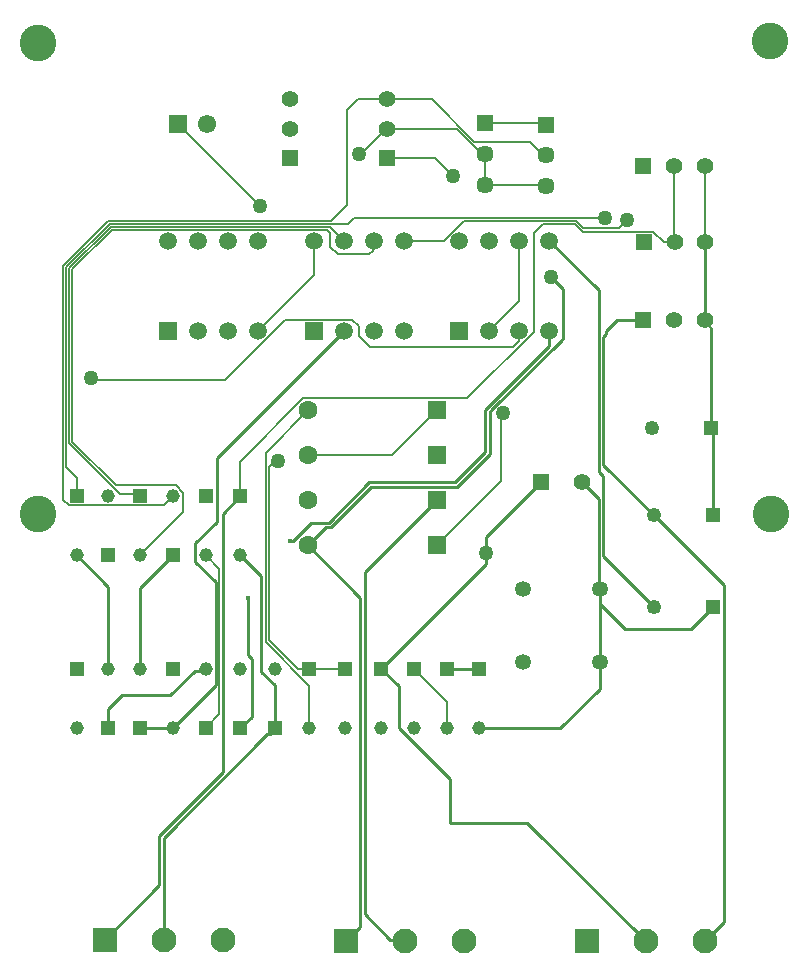
<source format=gtl>
G04*
G04 #@! TF.GenerationSoftware,Altium Limited,Altium Designer,22.1.2 (22)*
G04*
G04 Layer_Physical_Order=1*
G04 Layer_Color=255*
%FSLAX25Y25*%
%MOIN*%
G70*
G04*
G04 #@! TF.SameCoordinates,46FB2184-AB63-4EF3-BAF8-E11F062B861E*
G04*
G04*
G04 #@! TF.FilePolarity,Positive*
G04*
G01*
G75*
%ADD14C,0.01000*%
%ADD17R,0.04528X0.04528*%
%ADD18C,0.04528*%
%ADD21C,0.05709*%
%ADD22R,0.05709X0.05709*%
%ADD24C,0.06299*%
%ADD25R,0.06299X0.06299*%
%ADD30C,0.06102*%
%ADD31R,0.06102X0.06102*%
%ADD33C,0.05512*%
%ADD34R,0.05512X0.05512*%
%ADD38C,0.00500*%
%ADD39C,0.05906*%
%ADD40R,0.05906X0.05906*%
%ADD41R,0.05512X0.05512*%
%ADD42R,0.04921X0.04921*%
%ADD43C,0.04921*%
%ADD44R,0.08268X0.08268*%
%ADD45C,0.08268*%
%ADD46C,0.05315*%
%ADD47C,0.01500*%
%ADD48C,0.05000*%
%ADD49C,0.12205*%
D14*
X272000Y241342D02*
Y245000D01*
X237000Y206343D02*
X272000Y241342D01*
X237000Y206343D02*
X242764Y200579D01*
X199387Y184736D02*
X199736D01*
X201500Y186500D01*
X164507Y150007D02*
X199000Y184500D01*
X199150D02*
X199387Y184736D01*
X199000Y184500D02*
X199150D01*
X164507Y126007D02*
Y150007D01*
X146000Y186658D02*
Y193000D01*
X190000Y186658D02*
X193764Y190421D01*
X167500Y186658D02*
X181764Y200921D01*
X146000Y193000D02*
X150500Y197500D01*
X166500D01*
X193764Y190421D02*
Y209511D01*
X166500Y197500D02*
X174736Y205736D01*
X197000Y205362D02*
X201500Y200862D01*
X174736Y205736D02*
X177894D01*
X178500Y206343D01*
X190000D02*
Y207000D01*
X192500Y210775D02*
X193764Y209511D01*
X192500Y210775D02*
Y230000D01*
X242764Y186571D02*
Y200579D01*
X201500Y186500D02*
Y200862D01*
X242764Y186571D02*
X259835Y169500D01*
X269500Y186658D02*
X296657D01*
X259000Y206343D02*
X269500D01*
X156500Y186658D02*
X167500D01*
X309500Y233256D02*
X309756Y233000D01*
Y228000D02*
Y233000D01*
X311000Y244000D02*
Y270500D01*
Y244000D02*
X328000Y227000D01*
X309500Y233256D02*
Y262890D01*
Y272000D02*
X311000Y270500D01*
X309500Y272000D02*
Y332500D01*
X303890Y268500D02*
X309500Y262890D01*
X311000Y274315D02*
X327815Y257500D01*
X311000Y274315D02*
Y317000D01*
X327815Y257500D02*
X351146Y234169D01*
X293000Y349000D02*
X309500Y332500D01*
X311000Y317000D02*
X312000Y318000D01*
Y319000D02*
X315500Y322500D01*
X312000Y318000D02*
Y319000D01*
X273955Y292869D02*
X296746Y315660D01*
X273176Y292061D02*
X273942Y292856D01*
X297500Y316500D02*
Y333000D01*
X273942Y292856D02*
X273955Y292869D01*
X296746Y315660D02*
Y315746D01*
X297500Y316500D01*
X293500Y337000D02*
X297500Y333000D01*
X273176Y277908D02*
Y292061D01*
X271500Y292500D02*
X272591Y293632D01*
X293000Y314041D02*
Y319000D01*
X272591Y293632D02*
X293000Y314041D01*
X271500Y292086D02*
X271500Y292500D01*
X262268Y267000D02*
X273176Y277908D01*
X233621Y267000D02*
X262268D01*
X271500Y278500D02*
Y292086D01*
X261500Y268500D02*
X271500Y278500D01*
X233000Y268500D02*
X261500D01*
X220121Y253500D02*
X233621Y267000D01*
X219500Y255000D02*
X233000Y268500D01*
X212591Y247500D02*
X212679D01*
X218679Y253500D01*
X213500Y255000D02*
X219500D01*
X218679Y253500D02*
X220121D01*
X351146Y121776D02*
Y234169D01*
X259835Y155000D02*
Y169500D01*
X163007Y134192D02*
Y150628D01*
X144815Y116000D02*
X163007Y134192D01*
X164500Y126000D02*
X164507Y126007D01*
X164500Y116000D02*
Y126000D01*
X184264Y171885D02*
Y258106D01*
X163007Y150628D02*
X184264Y171885D01*
X230000Y120185D02*
Y230090D01*
X212591Y247500D02*
X230000Y230090D01*
X231500Y124500D02*
Y238591D01*
Y124500D02*
X239952Y116048D01*
X225315Y115500D02*
X230000Y120185D01*
X231500Y238591D02*
X255410Y262500D01*
X244452Y116048D02*
X245000Y115500D01*
X239952Y116048D02*
X244452D01*
X315500Y322500D02*
X324264D01*
X206591Y249091D02*
X207591D01*
X206500Y249000D02*
X206591Y249091D01*
X207591D02*
X213500Y255000D01*
X197000Y205362D02*
Y237158D01*
X190000Y244158D02*
X197000Y237158D01*
X272000Y245000D02*
Y250390D01*
X290110Y268500D01*
X175000Y248110D02*
X182264Y255374D01*
X175000Y242000D02*
X181764Y235236D01*
X175000Y242000D02*
Y248110D01*
X181764Y200921D02*
Y235236D01*
X184264Y258106D02*
X190000Y263843D01*
X182264Y255374D02*
Y276764D01*
X156500Y233157D02*
X167500Y244158D01*
X156500Y206343D02*
Y233157D01*
X182264Y276764D02*
X224500Y319000D01*
X344868Y322632D02*
Y348368D01*
X347000Y286500D02*
Y319806D01*
X347500Y257500D02*
Y286000D01*
X309756Y228000D02*
X318256Y219500D01*
X340185D02*
X347685Y227000D01*
X318256Y219500D02*
X340185D01*
X344870Y115500D02*
X351146Y121776D01*
X309756Y208500D02*
Y228000D01*
X259835Y155000D02*
X285685D01*
X309756Y199756D02*
Y208500D01*
X296657Y186658D02*
X309756Y199756D01*
X285685Y155000D02*
X325185Y115500D01*
X135500Y244158D02*
X146000Y233658D01*
Y206343D02*
Y233658D01*
D17*
X201500Y186500D02*
D03*
X156500Y186658D02*
D03*
X167500Y206343D02*
D03*
X178500Y186658D02*
D03*
X190000D02*
D03*
X213000Y206343D02*
D03*
X225000D02*
D03*
X237000D02*
D03*
X248000D02*
D03*
X259000D02*
D03*
X269500D02*
D03*
X190000Y263843D02*
D03*
X156500D02*
D03*
X146000Y244158D02*
D03*
X135500Y263843D02*
D03*
X167500Y244158D02*
D03*
X146000Y186658D02*
D03*
X135500Y206343D02*
D03*
X178500Y263843D02*
D03*
D18*
X201500Y206185D02*
D03*
X156500Y206343D02*
D03*
X167500Y186658D02*
D03*
X178500Y206343D02*
D03*
X190000D02*
D03*
X213000Y186658D02*
D03*
X225000D02*
D03*
X237000D02*
D03*
X248000D02*
D03*
X259000D02*
D03*
X269500D02*
D03*
X190000Y244158D02*
D03*
X156500D02*
D03*
X146000Y263843D02*
D03*
X135500Y244158D02*
D03*
X167500Y263843D02*
D03*
X146000Y206343D02*
D03*
X135500Y186658D02*
D03*
X178500Y244158D02*
D03*
D21*
X292004Y367264D02*
D03*
Y377500D02*
D03*
X271504Y367764D02*
D03*
Y378000D02*
D03*
D22*
X292004Y387736D02*
D03*
X271504Y388236D02*
D03*
D24*
X212591Y292500D02*
D03*
Y277500D02*
D03*
Y262500D02*
D03*
Y247500D02*
D03*
D25*
X255410Y292500D02*
D03*
Y277500D02*
D03*
Y262500D02*
D03*
Y247500D02*
D03*
D30*
X179000Y388000D02*
D03*
D31*
X169158D02*
D03*
D33*
X344736Y322500D02*
D03*
X334500D02*
D03*
X303890Y268500D02*
D03*
X345000Y348500D02*
D03*
X334764D02*
D03*
X344736Y374000D02*
D03*
X334500D02*
D03*
X239000Y396185D02*
D03*
Y386343D02*
D03*
X206500Y396185D02*
D03*
Y386343D02*
D03*
D34*
X324264Y322500D02*
D03*
X324528Y348500D02*
D03*
X324264Y374000D02*
D03*
X239000Y376500D02*
D03*
X206500D02*
D03*
D38*
X178500Y186658D02*
X183014Y191171D01*
X213000Y186658D02*
Y200754D01*
X209157Y206343D02*
X213000D01*
X225000D01*
X198500Y215254D02*
X213000Y200754D01*
X199500Y216000D02*
X209157Y206343D01*
X259000Y186658D02*
Y195343D01*
X248000Y206343D02*
X259000Y195343D01*
X277000Y269091D02*
Y290965D01*
X277518Y291482D01*
X255410Y247500D02*
X277000Y269091D01*
X171000Y258658D02*
Y265000D01*
X168500Y267500D02*
X171000Y265000D01*
X148500Y267500D02*
X168500D01*
X156500Y244158D02*
X171000Y258658D01*
X134000Y282000D02*
X148500Y267500D01*
X134000Y282000D02*
Y339500D01*
X149779Y264721D02*
X155622D01*
X133000Y281500D02*
Y339914D01*
Y281500D02*
X149779Y264721D01*
X155622D02*
X156500Y263843D01*
X141096Y302500D02*
X184737D01*
X140298Y303298D02*
X141096Y302500D01*
X184737D02*
X204939Y322703D01*
X131000Y340743D02*
X145960Y355703D01*
X132000Y340328D02*
X146374Y354703D01*
X132000Y273500D02*
X135500Y270000D01*
X132000Y273500D02*
Y340328D01*
X133000Y339914D02*
X146789Y353703D01*
X131000Y262754D02*
X132926Y260829D01*
X131000Y262754D02*
Y340743D01*
X134000Y339500D02*
X147203Y352703D01*
X145960Y355703D02*
X220203D01*
X146374Y354703D02*
X225999D01*
X146789Y353703D02*
X219797D01*
X147203Y352703D02*
X218797D01*
X135500Y263843D02*
Y270000D01*
X199500Y273500D02*
X201500Y275500D01*
X202500D01*
X199500Y216000D02*
Y273500D01*
X198500Y215254D02*
Y278410D01*
X212591Y292500D01*
X283000Y315500D02*
Y319000D01*
X281000Y313500D02*
X283000Y315500D01*
X229500Y317349D02*
X233349Y313500D01*
X281000D01*
X227796Y356500D02*
X311500D01*
X225999Y354703D02*
X227796Y356500D01*
X301586Y354500D02*
X304080Y352006D01*
X304250Y353250D02*
X316250D01*
X319000Y356000D01*
X327594Y352006D02*
X331100Y348500D01*
X304080Y352006D02*
X327594D01*
X302000Y355500D02*
X304250Y353250D01*
X239000Y376500D02*
X255000D01*
X261000Y370500D01*
X230079Y378000D02*
X238421Y386343D01*
X229500Y378000D02*
X230079D01*
X238421Y386343D02*
X262243D01*
X225500Y361000D02*
Y392500D01*
X229185Y396185D01*
X220203Y355703D02*
X225500Y361000D01*
X229185Y396185D02*
X239000D01*
X253815D01*
X264500Y355500D02*
X302000D01*
X291000Y354500D02*
X301586D01*
X257764Y349000D02*
X263763Y355000D01*
X264000D01*
X264500Y355500D01*
X244500Y349000D02*
X257764D01*
X288000Y351500D02*
X291000Y354500D01*
X288000Y318763D02*
Y351500D01*
X265682Y296445D02*
X288000Y318763D01*
X286500Y382000D02*
X291000Y377500D01*
X253815Y396185D02*
X268000Y382000D01*
X286500D01*
X262243Y386343D02*
X270586Y378000D01*
X271504D01*
X234090Y345590D02*
Y348590D01*
X222500Y344500D02*
X233000D01*
X234090Y348590D02*
X234500Y349000D01*
X233000Y344500D02*
X234090Y345590D01*
X220000Y347000D02*
X222500Y344500D01*
X218797Y352703D02*
X220000Y351500D01*
Y347000D02*
Y351500D01*
X219797Y353703D02*
X224500Y349000D01*
X211021Y296445D02*
X265682D01*
X178500Y244158D02*
X183014Y239644D01*
Y191171D02*
Y239644D01*
X331100Y348500D02*
X334764D01*
X334632Y348632D02*
X334764Y348500D01*
X334632Y348632D02*
Y373868D01*
X334500Y374000D02*
X334632Y373868D01*
X283000Y329000D02*
Y349000D01*
X273000Y319000D02*
X283000Y329000D01*
X271754Y367514D02*
X291754D01*
X271504Y367764D02*
X271754Y367514D01*
X291754D02*
X292004Y367264D01*
X271504Y367764D02*
Y378000D01*
X291000Y377500D02*
X292004D01*
X291504Y388236D02*
X292004Y387736D01*
X271504Y388236D02*
X291504D01*
X196500Y360500D02*
Y360658D01*
X169158Y388000D02*
X196500Y360658D01*
X240409Y277500D02*
X255410Y292500D01*
X212591Y277500D02*
X240409D01*
X196000Y319000D02*
X214500Y337500D01*
Y349000D01*
X164486Y260829D02*
X167500Y263843D01*
X132926Y260829D02*
X164486D01*
X204939Y322703D02*
X227297D01*
X229500Y320500D01*
Y317349D02*
Y320500D01*
X190000Y275424D02*
X211021Y296445D01*
X190000Y263843D02*
Y275424D01*
X344868Y348632D02*
X345000Y348500D01*
X344736Y374000D02*
X344868Y373868D01*
Y348368D02*
X345000Y348500D01*
X344868Y348632D02*
Y373868D01*
X344736Y322500D02*
X344868Y322632D01*
X344736Y322070D02*
X347000Y319806D01*
X344736Y322070D02*
Y322500D01*
X347000Y286500D02*
X347500Y286000D01*
D39*
X293000Y349000D02*
D03*
X283000D02*
D03*
X273000D02*
D03*
X263000D02*
D03*
X293000Y319000D02*
D03*
X283000D02*
D03*
X273000D02*
D03*
X224500D02*
D03*
X234500D02*
D03*
X244500D02*
D03*
X214500Y349000D02*
D03*
X224500D02*
D03*
X234500D02*
D03*
X244500D02*
D03*
X176000Y319000D02*
D03*
X186000D02*
D03*
X196000D02*
D03*
X166000Y349000D02*
D03*
X176000D02*
D03*
X186000D02*
D03*
X196000D02*
D03*
D40*
X263000Y319000D02*
D03*
X214500D02*
D03*
X166000D02*
D03*
D41*
X290110Y268500D02*
D03*
D42*
X347000Y286500D02*
D03*
X347500Y257500D02*
D03*
X347685Y227000D02*
D03*
D43*
X327315Y286500D02*
D03*
X327815Y257500D02*
D03*
X328000Y227000D02*
D03*
D44*
X305500Y115500D02*
D03*
X225315D02*
D03*
X144815Y116000D02*
D03*
D45*
X325185Y115500D02*
D03*
X344870D02*
D03*
X245000D02*
D03*
X264685D02*
D03*
X164500Y116000D02*
D03*
X184185D02*
D03*
D46*
X284244Y208500D02*
D03*
X309756D02*
D03*
Y233000D02*
D03*
X284244D02*
D03*
D47*
X192500Y230000D02*
D03*
X206500Y249000D02*
D03*
D48*
X277518Y291482D02*
D03*
X140298Y303298D02*
D03*
X202500Y275500D02*
D03*
X272000Y245000D02*
D03*
X311500Y356500D02*
D03*
X319000Y356000D02*
D03*
X261000Y370500D02*
D03*
X229500Y378000D02*
D03*
X196500Y360500D02*
D03*
X293500Y337000D02*
D03*
D49*
X367000Y258000D02*
D03*
X122500D02*
D03*
X366500Y415500D02*
D03*
X122399Y415101D02*
D03*
M02*

</source>
